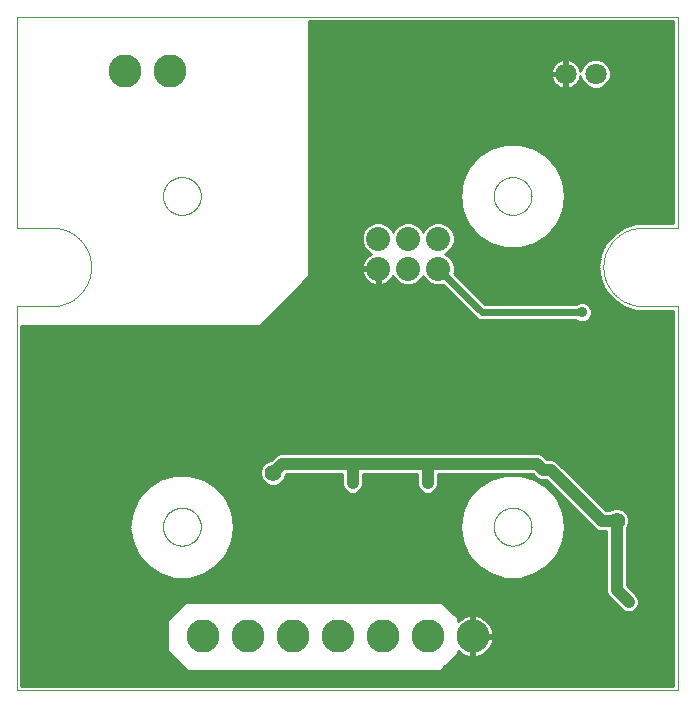
<source format=gbl>
G75*
%MOIN*%
%OFA0B0*%
%FSLAX25Y25*%
%IPPOS*%
%LPD*%
%AMOC8*
5,1,8,0,0,1.08239X$1,22.5*
%
%ADD10C,0.00000*%
%ADD11C,0.08000*%
%ADD12C,0.07087*%
%ADD13C,0.11024*%
%ADD14C,0.01000*%
%ADD15C,0.03569*%
%ADD16C,0.05600*%
%ADD17C,0.05906*%
%ADD18C,0.02400*%
%ADD19C,0.04000*%
D10*
X0022602Y0025558D02*
X0022602Y0153589D01*
X0034413Y0153589D01*
X0034731Y0153593D01*
X0035048Y0153604D01*
X0035366Y0153624D01*
X0035682Y0153651D01*
X0035998Y0153686D01*
X0036313Y0153728D01*
X0036627Y0153778D01*
X0036940Y0153836D01*
X0037251Y0153901D01*
X0037560Y0153974D01*
X0037868Y0154055D01*
X0038173Y0154142D01*
X0038476Y0154238D01*
X0038777Y0154340D01*
X0039075Y0154450D01*
X0039371Y0154567D01*
X0039663Y0154692D01*
X0039953Y0154823D01*
X0040239Y0154961D01*
X0040521Y0155107D01*
X0040800Y0155259D01*
X0041076Y0155418D01*
X0041347Y0155583D01*
X0041614Y0155755D01*
X0041877Y0155934D01*
X0042136Y0156119D01*
X0042389Y0156310D01*
X0042639Y0156507D01*
X0042883Y0156711D01*
X0043122Y0156920D01*
X0043356Y0157135D01*
X0043585Y0157356D01*
X0043808Y0157582D01*
X0044026Y0157813D01*
X0044238Y0158050D01*
X0044445Y0158292D01*
X0044645Y0158538D01*
X0044839Y0158790D01*
X0045027Y0159046D01*
X0045209Y0159307D01*
X0045384Y0159572D01*
X0045553Y0159841D01*
X0045715Y0160115D01*
X0045871Y0160392D01*
X0046020Y0160673D01*
X0046162Y0160957D01*
X0046297Y0161245D01*
X0046424Y0161536D01*
X0046545Y0161830D01*
X0046659Y0162127D01*
X0046765Y0162426D01*
X0046864Y0162728D01*
X0046956Y0163032D01*
X0047040Y0163339D01*
X0047116Y0163647D01*
X0047185Y0163958D01*
X0047247Y0164269D01*
X0047301Y0164583D01*
X0047347Y0164897D01*
X0047386Y0165213D01*
X0047417Y0165529D01*
X0047440Y0165846D01*
X0047455Y0166163D01*
X0047463Y0166481D01*
X0047463Y0166799D01*
X0047455Y0167117D01*
X0047440Y0167434D01*
X0047417Y0167751D01*
X0047386Y0168067D01*
X0047347Y0168383D01*
X0047301Y0168697D01*
X0047247Y0169011D01*
X0047185Y0169322D01*
X0047116Y0169633D01*
X0047040Y0169941D01*
X0046956Y0170248D01*
X0046864Y0170552D01*
X0046765Y0170854D01*
X0046659Y0171153D01*
X0046545Y0171450D01*
X0046424Y0171744D01*
X0046297Y0172035D01*
X0046162Y0172323D01*
X0046020Y0172607D01*
X0045871Y0172888D01*
X0045715Y0173166D01*
X0045553Y0173439D01*
X0045384Y0173708D01*
X0045209Y0173973D01*
X0045027Y0174234D01*
X0044839Y0174490D01*
X0044645Y0174742D01*
X0044445Y0174988D01*
X0044238Y0175230D01*
X0044026Y0175467D01*
X0043808Y0175698D01*
X0043585Y0175924D01*
X0043356Y0176145D01*
X0043122Y0176360D01*
X0042883Y0176569D01*
X0042639Y0176773D01*
X0042389Y0176970D01*
X0042136Y0177161D01*
X0041877Y0177346D01*
X0041614Y0177525D01*
X0041347Y0177697D01*
X0041076Y0177862D01*
X0040800Y0178021D01*
X0040521Y0178173D01*
X0040239Y0178319D01*
X0039953Y0178457D01*
X0039663Y0178588D01*
X0039371Y0178713D01*
X0039075Y0178830D01*
X0038777Y0178940D01*
X0038476Y0179042D01*
X0038173Y0179138D01*
X0037868Y0179225D01*
X0037560Y0179306D01*
X0037251Y0179379D01*
X0036940Y0179444D01*
X0036627Y0179502D01*
X0036313Y0179552D01*
X0035998Y0179594D01*
X0035682Y0179629D01*
X0035366Y0179656D01*
X0035048Y0179676D01*
X0034731Y0179687D01*
X0034413Y0179691D01*
X0034413Y0179692D02*
X0022602Y0179692D01*
X0022602Y0249967D01*
X0243075Y0249967D01*
X0243075Y0179692D01*
X0231263Y0179692D01*
X0231263Y0179691D02*
X0230945Y0179687D01*
X0230628Y0179676D01*
X0230310Y0179656D01*
X0229994Y0179629D01*
X0229678Y0179594D01*
X0229363Y0179552D01*
X0229049Y0179502D01*
X0228736Y0179444D01*
X0228425Y0179379D01*
X0228116Y0179306D01*
X0227808Y0179225D01*
X0227503Y0179138D01*
X0227200Y0179042D01*
X0226899Y0178940D01*
X0226601Y0178830D01*
X0226305Y0178713D01*
X0226013Y0178588D01*
X0225723Y0178457D01*
X0225437Y0178319D01*
X0225155Y0178173D01*
X0224876Y0178021D01*
X0224600Y0177862D01*
X0224329Y0177697D01*
X0224062Y0177525D01*
X0223799Y0177346D01*
X0223540Y0177161D01*
X0223287Y0176970D01*
X0223037Y0176773D01*
X0222793Y0176569D01*
X0222554Y0176360D01*
X0222320Y0176145D01*
X0222091Y0175924D01*
X0221868Y0175698D01*
X0221650Y0175467D01*
X0221438Y0175230D01*
X0221231Y0174988D01*
X0221031Y0174742D01*
X0220837Y0174490D01*
X0220649Y0174234D01*
X0220467Y0173973D01*
X0220292Y0173708D01*
X0220123Y0173439D01*
X0219961Y0173166D01*
X0219805Y0172888D01*
X0219656Y0172607D01*
X0219514Y0172323D01*
X0219379Y0172035D01*
X0219252Y0171744D01*
X0219131Y0171450D01*
X0219017Y0171153D01*
X0218911Y0170854D01*
X0218812Y0170552D01*
X0218720Y0170248D01*
X0218636Y0169941D01*
X0218560Y0169633D01*
X0218491Y0169322D01*
X0218429Y0169011D01*
X0218375Y0168697D01*
X0218329Y0168383D01*
X0218290Y0168067D01*
X0218259Y0167751D01*
X0218236Y0167434D01*
X0218221Y0167117D01*
X0218213Y0166799D01*
X0218213Y0166481D01*
X0218221Y0166163D01*
X0218236Y0165846D01*
X0218259Y0165529D01*
X0218290Y0165213D01*
X0218329Y0164897D01*
X0218375Y0164583D01*
X0218429Y0164269D01*
X0218491Y0163958D01*
X0218560Y0163647D01*
X0218636Y0163339D01*
X0218720Y0163032D01*
X0218812Y0162728D01*
X0218911Y0162426D01*
X0219017Y0162127D01*
X0219131Y0161830D01*
X0219252Y0161536D01*
X0219379Y0161245D01*
X0219514Y0160957D01*
X0219656Y0160673D01*
X0219805Y0160392D01*
X0219961Y0160114D01*
X0220123Y0159841D01*
X0220292Y0159572D01*
X0220467Y0159307D01*
X0220649Y0159046D01*
X0220837Y0158790D01*
X0221031Y0158538D01*
X0221231Y0158292D01*
X0221438Y0158050D01*
X0221650Y0157813D01*
X0221868Y0157582D01*
X0222091Y0157356D01*
X0222320Y0157135D01*
X0222554Y0156920D01*
X0222793Y0156711D01*
X0223037Y0156507D01*
X0223287Y0156310D01*
X0223540Y0156119D01*
X0223799Y0155934D01*
X0224062Y0155755D01*
X0224329Y0155583D01*
X0224600Y0155418D01*
X0224876Y0155259D01*
X0225155Y0155107D01*
X0225437Y0154961D01*
X0225723Y0154823D01*
X0226013Y0154692D01*
X0226305Y0154567D01*
X0226601Y0154450D01*
X0226899Y0154340D01*
X0227200Y0154238D01*
X0227503Y0154142D01*
X0227808Y0154055D01*
X0228116Y0153974D01*
X0228425Y0153901D01*
X0228736Y0153836D01*
X0229049Y0153778D01*
X0229363Y0153728D01*
X0229678Y0153686D01*
X0229994Y0153651D01*
X0230310Y0153624D01*
X0230628Y0153604D01*
X0230945Y0153593D01*
X0231263Y0153589D01*
X0243075Y0153589D01*
X0243075Y0025558D01*
X0022602Y0025558D01*
X0071421Y0080046D02*
X0071423Y0080204D01*
X0071429Y0080362D01*
X0071439Y0080520D01*
X0071453Y0080678D01*
X0071471Y0080835D01*
X0071492Y0080992D01*
X0071518Y0081148D01*
X0071548Y0081304D01*
X0071581Y0081459D01*
X0071619Y0081612D01*
X0071660Y0081765D01*
X0071705Y0081917D01*
X0071754Y0082068D01*
X0071807Y0082217D01*
X0071863Y0082365D01*
X0071923Y0082511D01*
X0071987Y0082656D01*
X0072055Y0082799D01*
X0072126Y0082941D01*
X0072200Y0083081D01*
X0072278Y0083218D01*
X0072360Y0083354D01*
X0072444Y0083488D01*
X0072533Y0083619D01*
X0072624Y0083748D01*
X0072719Y0083875D01*
X0072816Y0084000D01*
X0072917Y0084122D01*
X0073021Y0084241D01*
X0073128Y0084358D01*
X0073238Y0084472D01*
X0073351Y0084583D01*
X0073466Y0084692D01*
X0073584Y0084797D01*
X0073705Y0084899D01*
X0073828Y0084999D01*
X0073954Y0085095D01*
X0074082Y0085188D01*
X0074212Y0085278D01*
X0074345Y0085364D01*
X0074480Y0085448D01*
X0074616Y0085527D01*
X0074755Y0085604D01*
X0074896Y0085676D01*
X0075038Y0085746D01*
X0075182Y0085811D01*
X0075328Y0085873D01*
X0075475Y0085931D01*
X0075624Y0085986D01*
X0075774Y0086037D01*
X0075925Y0086084D01*
X0076077Y0086127D01*
X0076230Y0086166D01*
X0076385Y0086202D01*
X0076540Y0086233D01*
X0076696Y0086261D01*
X0076852Y0086285D01*
X0077009Y0086305D01*
X0077167Y0086321D01*
X0077324Y0086333D01*
X0077483Y0086341D01*
X0077641Y0086345D01*
X0077799Y0086345D01*
X0077957Y0086341D01*
X0078116Y0086333D01*
X0078273Y0086321D01*
X0078431Y0086305D01*
X0078588Y0086285D01*
X0078744Y0086261D01*
X0078900Y0086233D01*
X0079055Y0086202D01*
X0079210Y0086166D01*
X0079363Y0086127D01*
X0079515Y0086084D01*
X0079666Y0086037D01*
X0079816Y0085986D01*
X0079965Y0085931D01*
X0080112Y0085873D01*
X0080258Y0085811D01*
X0080402Y0085746D01*
X0080544Y0085676D01*
X0080685Y0085604D01*
X0080824Y0085527D01*
X0080960Y0085448D01*
X0081095Y0085364D01*
X0081228Y0085278D01*
X0081358Y0085188D01*
X0081486Y0085095D01*
X0081612Y0084999D01*
X0081735Y0084899D01*
X0081856Y0084797D01*
X0081974Y0084692D01*
X0082089Y0084583D01*
X0082202Y0084472D01*
X0082312Y0084358D01*
X0082419Y0084241D01*
X0082523Y0084122D01*
X0082624Y0084000D01*
X0082721Y0083875D01*
X0082816Y0083748D01*
X0082907Y0083619D01*
X0082996Y0083488D01*
X0083080Y0083354D01*
X0083162Y0083218D01*
X0083240Y0083081D01*
X0083314Y0082941D01*
X0083385Y0082799D01*
X0083453Y0082656D01*
X0083517Y0082511D01*
X0083577Y0082365D01*
X0083633Y0082217D01*
X0083686Y0082068D01*
X0083735Y0081917D01*
X0083780Y0081765D01*
X0083821Y0081612D01*
X0083859Y0081459D01*
X0083892Y0081304D01*
X0083922Y0081148D01*
X0083948Y0080992D01*
X0083969Y0080835D01*
X0083987Y0080678D01*
X0084001Y0080520D01*
X0084011Y0080362D01*
X0084017Y0080204D01*
X0084019Y0080046D01*
X0084017Y0079888D01*
X0084011Y0079730D01*
X0084001Y0079572D01*
X0083987Y0079414D01*
X0083969Y0079257D01*
X0083948Y0079100D01*
X0083922Y0078944D01*
X0083892Y0078788D01*
X0083859Y0078633D01*
X0083821Y0078480D01*
X0083780Y0078327D01*
X0083735Y0078175D01*
X0083686Y0078024D01*
X0083633Y0077875D01*
X0083577Y0077727D01*
X0083517Y0077581D01*
X0083453Y0077436D01*
X0083385Y0077293D01*
X0083314Y0077151D01*
X0083240Y0077011D01*
X0083162Y0076874D01*
X0083080Y0076738D01*
X0082996Y0076604D01*
X0082907Y0076473D01*
X0082816Y0076344D01*
X0082721Y0076217D01*
X0082624Y0076092D01*
X0082523Y0075970D01*
X0082419Y0075851D01*
X0082312Y0075734D01*
X0082202Y0075620D01*
X0082089Y0075509D01*
X0081974Y0075400D01*
X0081856Y0075295D01*
X0081735Y0075193D01*
X0081612Y0075093D01*
X0081486Y0074997D01*
X0081358Y0074904D01*
X0081228Y0074814D01*
X0081095Y0074728D01*
X0080960Y0074644D01*
X0080824Y0074565D01*
X0080685Y0074488D01*
X0080544Y0074416D01*
X0080402Y0074346D01*
X0080258Y0074281D01*
X0080112Y0074219D01*
X0079965Y0074161D01*
X0079816Y0074106D01*
X0079666Y0074055D01*
X0079515Y0074008D01*
X0079363Y0073965D01*
X0079210Y0073926D01*
X0079055Y0073890D01*
X0078900Y0073859D01*
X0078744Y0073831D01*
X0078588Y0073807D01*
X0078431Y0073787D01*
X0078273Y0073771D01*
X0078116Y0073759D01*
X0077957Y0073751D01*
X0077799Y0073747D01*
X0077641Y0073747D01*
X0077483Y0073751D01*
X0077324Y0073759D01*
X0077167Y0073771D01*
X0077009Y0073787D01*
X0076852Y0073807D01*
X0076696Y0073831D01*
X0076540Y0073859D01*
X0076385Y0073890D01*
X0076230Y0073926D01*
X0076077Y0073965D01*
X0075925Y0074008D01*
X0075774Y0074055D01*
X0075624Y0074106D01*
X0075475Y0074161D01*
X0075328Y0074219D01*
X0075182Y0074281D01*
X0075038Y0074346D01*
X0074896Y0074416D01*
X0074755Y0074488D01*
X0074616Y0074565D01*
X0074480Y0074644D01*
X0074345Y0074728D01*
X0074212Y0074814D01*
X0074082Y0074904D01*
X0073954Y0074997D01*
X0073828Y0075093D01*
X0073705Y0075193D01*
X0073584Y0075295D01*
X0073466Y0075400D01*
X0073351Y0075509D01*
X0073238Y0075620D01*
X0073128Y0075734D01*
X0073021Y0075851D01*
X0072917Y0075970D01*
X0072816Y0076092D01*
X0072719Y0076217D01*
X0072624Y0076344D01*
X0072533Y0076473D01*
X0072444Y0076604D01*
X0072360Y0076738D01*
X0072278Y0076874D01*
X0072200Y0077011D01*
X0072126Y0077151D01*
X0072055Y0077293D01*
X0071987Y0077436D01*
X0071923Y0077581D01*
X0071863Y0077727D01*
X0071807Y0077875D01*
X0071754Y0078024D01*
X0071705Y0078175D01*
X0071660Y0078327D01*
X0071619Y0078480D01*
X0071581Y0078633D01*
X0071548Y0078788D01*
X0071518Y0078944D01*
X0071492Y0079100D01*
X0071471Y0079257D01*
X0071453Y0079414D01*
X0071439Y0079572D01*
X0071429Y0079730D01*
X0071423Y0079888D01*
X0071421Y0080046D01*
X0071421Y0190282D02*
X0071423Y0190440D01*
X0071429Y0190598D01*
X0071439Y0190756D01*
X0071453Y0190914D01*
X0071471Y0191071D01*
X0071492Y0191228D01*
X0071518Y0191384D01*
X0071548Y0191540D01*
X0071581Y0191695D01*
X0071619Y0191848D01*
X0071660Y0192001D01*
X0071705Y0192153D01*
X0071754Y0192304D01*
X0071807Y0192453D01*
X0071863Y0192601D01*
X0071923Y0192747D01*
X0071987Y0192892D01*
X0072055Y0193035D01*
X0072126Y0193177D01*
X0072200Y0193317D01*
X0072278Y0193454D01*
X0072360Y0193590D01*
X0072444Y0193724D01*
X0072533Y0193855D01*
X0072624Y0193984D01*
X0072719Y0194111D01*
X0072816Y0194236D01*
X0072917Y0194358D01*
X0073021Y0194477D01*
X0073128Y0194594D01*
X0073238Y0194708D01*
X0073351Y0194819D01*
X0073466Y0194928D01*
X0073584Y0195033D01*
X0073705Y0195135D01*
X0073828Y0195235D01*
X0073954Y0195331D01*
X0074082Y0195424D01*
X0074212Y0195514D01*
X0074345Y0195600D01*
X0074480Y0195684D01*
X0074616Y0195763D01*
X0074755Y0195840D01*
X0074896Y0195912D01*
X0075038Y0195982D01*
X0075182Y0196047D01*
X0075328Y0196109D01*
X0075475Y0196167D01*
X0075624Y0196222D01*
X0075774Y0196273D01*
X0075925Y0196320D01*
X0076077Y0196363D01*
X0076230Y0196402D01*
X0076385Y0196438D01*
X0076540Y0196469D01*
X0076696Y0196497D01*
X0076852Y0196521D01*
X0077009Y0196541D01*
X0077167Y0196557D01*
X0077324Y0196569D01*
X0077483Y0196577D01*
X0077641Y0196581D01*
X0077799Y0196581D01*
X0077957Y0196577D01*
X0078116Y0196569D01*
X0078273Y0196557D01*
X0078431Y0196541D01*
X0078588Y0196521D01*
X0078744Y0196497D01*
X0078900Y0196469D01*
X0079055Y0196438D01*
X0079210Y0196402D01*
X0079363Y0196363D01*
X0079515Y0196320D01*
X0079666Y0196273D01*
X0079816Y0196222D01*
X0079965Y0196167D01*
X0080112Y0196109D01*
X0080258Y0196047D01*
X0080402Y0195982D01*
X0080544Y0195912D01*
X0080685Y0195840D01*
X0080824Y0195763D01*
X0080960Y0195684D01*
X0081095Y0195600D01*
X0081228Y0195514D01*
X0081358Y0195424D01*
X0081486Y0195331D01*
X0081612Y0195235D01*
X0081735Y0195135D01*
X0081856Y0195033D01*
X0081974Y0194928D01*
X0082089Y0194819D01*
X0082202Y0194708D01*
X0082312Y0194594D01*
X0082419Y0194477D01*
X0082523Y0194358D01*
X0082624Y0194236D01*
X0082721Y0194111D01*
X0082816Y0193984D01*
X0082907Y0193855D01*
X0082996Y0193724D01*
X0083080Y0193590D01*
X0083162Y0193454D01*
X0083240Y0193317D01*
X0083314Y0193177D01*
X0083385Y0193035D01*
X0083453Y0192892D01*
X0083517Y0192747D01*
X0083577Y0192601D01*
X0083633Y0192453D01*
X0083686Y0192304D01*
X0083735Y0192153D01*
X0083780Y0192001D01*
X0083821Y0191848D01*
X0083859Y0191695D01*
X0083892Y0191540D01*
X0083922Y0191384D01*
X0083948Y0191228D01*
X0083969Y0191071D01*
X0083987Y0190914D01*
X0084001Y0190756D01*
X0084011Y0190598D01*
X0084017Y0190440D01*
X0084019Y0190282D01*
X0084017Y0190124D01*
X0084011Y0189966D01*
X0084001Y0189808D01*
X0083987Y0189650D01*
X0083969Y0189493D01*
X0083948Y0189336D01*
X0083922Y0189180D01*
X0083892Y0189024D01*
X0083859Y0188869D01*
X0083821Y0188716D01*
X0083780Y0188563D01*
X0083735Y0188411D01*
X0083686Y0188260D01*
X0083633Y0188111D01*
X0083577Y0187963D01*
X0083517Y0187817D01*
X0083453Y0187672D01*
X0083385Y0187529D01*
X0083314Y0187387D01*
X0083240Y0187247D01*
X0083162Y0187110D01*
X0083080Y0186974D01*
X0082996Y0186840D01*
X0082907Y0186709D01*
X0082816Y0186580D01*
X0082721Y0186453D01*
X0082624Y0186328D01*
X0082523Y0186206D01*
X0082419Y0186087D01*
X0082312Y0185970D01*
X0082202Y0185856D01*
X0082089Y0185745D01*
X0081974Y0185636D01*
X0081856Y0185531D01*
X0081735Y0185429D01*
X0081612Y0185329D01*
X0081486Y0185233D01*
X0081358Y0185140D01*
X0081228Y0185050D01*
X0081095Y0184964D01*
X0080960Y0184880D01*
X0080824Y0184801D01*
X0080685Y0184724D01*
X0080544Y0184652D01*
X0080402Y0184582D01*
X0080258Y0184517D01*
X0080112Y0184455D01*
X0079965Y0184397D01*
X0079816Y0184342D01*
X0079666Y0184291D01*
X0079515Y0184244D01*
X0079363Y0184201D01*
X0079210Y0184162D01*
X0079055Y0184126D01*
X0078900Y0184095D01*
X0078744Y0184067D01*
X0078588Y0184043D01*
X0078431Y0184023D01*
X0078273Y0184007D01*
X0078116Y0183995D01*
X0077957Y0183987D01*
X0077799Y0183983D01*
X0077641Y0183983D01*
X0077483Y0183987D01*
X0077324Y0183995D01*
X0077167Y0184007D01*
X0077009Y0184023D01*
X0076852Y0184043D01*
X0076696Y0184067D01*
X0076540Y0184095D01*
X0076385Y0184126D01*
X0076230Y0184162D01*
X0076077Y0184201D01*
X0075925Y0184244D01*
X0075774Y0184291D01*
X0075624Y0184342D01*
X0075475Y0184397D01*
X0075328Y0184455D01*
X0075182Y0184517D01*
X0075038Y0184582D01*
X0074896Y0184652D01*
X0074755Y0184724D01*
X0074616Y0184801D01*
X0074480Y0184880D01*
X0074345Y0184964D01*
X0074212Y0185050D01*
X0074082Y0185140D01*
X0073954Y0185233D01*
X0073828Y0185329D01*
X0073705Y0185429D01*
X0073584Y0185531D01*
X0073466Y0185636D01*
X0073351Y0185745D01*
X0073238Y0185856D01*
X0073128Y0185970D01*
X0073021Y0186087D01*
X0072917Y0186206D01*
X0072816Y0186328D01*
X0072719Y0186453D01*
X0072624Y0186580D01*
X0072533Y0186709D01*
X0072444Y0186840D01*
X0072360Y0186974D01*
X0072278Y0187110D01*
X0072200Y0187247D01*
X0072126Y0187387D01*
X0072055Y0187529D01*
X0071987Y0187672D01*
X0071923Y0187817D01*
X0071863Y0187963D01*
X0071807Y0188111D01*
X0071754Y0188260D01*
X0071705Y0188411D01*
X0071660Y0188563D01*
X0071619Y0188716D01*
X0071581Y0188869D01*
X0071548Y0189024D01*
X0071518Y0189180D01*
X0071492Y0189336D01*
X0071471Y0189493D01*
X0071453Y0189650D01*
X0071439Y0189808D01*
X0071429Y0189966D01*
X0071423Y0190124D01*
X0071421Y0190282D01*
X0181657Y0190282D02*
X0181659Y0190440D01*
X0181665Y0190598D01*
X0181675Y0190756D01*
X0181689Y0190914D01*
X0181707Y0191071D01*
X0181728Y0191228D01*
X0181754Y0191384D01*
X0181784Y0191540D01*
X0181817Y0191695D01*
X0181855Y0191848D01*
X0181896Y0192001D01*
X0181941Y0192153D01*
X0181990Y0192304D01*
X0182043Y0192453D01*
X0182099Y0192601D01*
X0182159Y0192747D01*
X0182223Y0192892D01*
X0182291Y0193035D01*
X0182362Y0193177D01*
X0182436Y0193317D01*
X0182514Y0193454D01*
X0182596Y0193590D01*
X0182680Y0193724D01*
X0182769Y0193855D01*
X0182860Y0193984D01*
X0182955Y0194111D01*
X0183052Y0194236D01*
X0183153Y0194358D01*
X0183257Y0194477D01*
X0183364Y0194594D01*
X0183474Y0194708D01*
X0183587Y0194819D01*
X0183702Y0194928D01*
X0183820Y0195033D01*
X0183941Y0195135D01*
X0184064Y0195235D01*
X0184190Y0195331D01*
X0184318Y0195424D01*
X0184448Y0195514D01*
X0184581Y0195600D01*
X0184716Y0195684D01*
X0184852Y0195763D01*
X0184991Y0195840D01*
X0185132Y0195912D01*
X0185274Y0195982D01*
X0185418Y0196047D01*
X0185564Y0196109D01*
X0185711Y0196167D01*
X0185860Y0196222D01*
X0186010Y0196273D01*
X0186161Y0196320D01*
X0186313Y0196363D01*
X0186466Y0196402D01*
X0186621Y0196438D01*
X0186776Y0196469D01*
X0186932Y0196497D01*
X0187088Y0196521D01*
X0187245Y0196541D01*
X0187403Y0196557D01*
X0187560Y0196569D01*
X0187719Y0196577D01*
X0187877Y0196581D01*
X0188035Y0196581D01*
X0188193Y0196577D01*
X0188352Y0196569D01*
X0188509Y0196557D01*
X0188667Y0196541D01*
X0188824Y0196521D01*
X0188980Y0196497D01*
X0189136Y0196469D01*
X0189291Y0196438D01*
X0189446Y0196402D01*
X0189599Y0196363D01*
X0189751Y0196320D01*
X0189902Y0196273D01*
X0190052Y0196222D01*
X0190201Y0196167D01*
X0190348Y0196109D01*
X0190494Y0196047D01*
X0190638Y0195982D01*
X0190780Y0195912D01*
X0190921Y0195840D01*
X0191060Y0195763D01*
X0191196Y0195684D01*
X0191331Y0195600D01*
X0191464Y0195514D01*
X0191594Y0195424D01*
X0191722Y0195331D01*
X0191848Y0195235D01*
X0191971Y0195135D01*
X0192092Y0195033D01*
X0192210Y0194928D01*
X0192325Y0194819D01*
X0192438Y0194708D01*
X0192548Y0194594D01*
X0192655Y0194477D01*
X0192759Y0194358D01*
X0192860Y0194236D01*
X0192957Y0194111D01*
X0193052Y0193984D01*
X0193143Y0193855D01*
X0193232Y0193724D01*
X0193316Y0193590D01*
X0193398Y0193454D01*
X0193476Y0193317D01*
X0193550Y0193177D01*
X0193621Y0193035D01*
X0193689Y0192892D01*
X0193753Y0192747D01*
X0193813Y0192601D01*
X0193869Y0192453D01*
X0193922Y0192304D01*
X0193971Y0192153D01*
X0194016Y0192001D01*
X0194057Y0191848D01*
X0194095Y0191695D01*
X0194128Y0191540D01*
X0194158Y0191384D01*
X0194184Y0191228D01*
X0194205Y0191071D01*
X0194223Y0190914D01*
X0194237Y0190756D01*
X0194247Y0190598D01*
X0194253Y0190440D01*
X0194255Y0190282D01*
X0194253Y0190124D01*
X0194247Y0189966D01*
X0194237Y0189808D01*
X0194223Y0189650D01*
X0194205Y0189493D01*
X0194184Y0189336D01*
X0194158Y0189180D01*
X0194128Y0189024D01*
X0194095Y0188869D01*
X0194057Y0188716D01*
X0194016Y0188563D01*
X0193971Y0188411D01*
X0193922Y0188260D01*
X0193869Y0188111D01*
X0193813Y0187963D01*
X0193753Y0187817D01*
X0193689Y0187672D01*
X0193621Y0187529D01*
X0193550Y0187387D01*
X0193476Y0187247D01*
X0193398Y0187110D01*
X0193316Y0186974D01*
X0193232Y0186840D01*
X0193143Y0186709D01*
X0193052Y0186580D01*
X0192957Y0186453D01*
X0192860Y0186328D01*
X0192759Y0186206D01*
X0192655Y0186087D01*
X0192548Y0185970D01*
X0192438Y0185856D01*
X0192325Y0185745D01*
X0192210Y0185636D01*
X0192092Y0185531D01*
X0191971Y0185429D01*
X0191848Y0185329D01*
X0191722Y0185233D01*
X0191594Y0185140D01*
X0191464Y0185050D01*
X0191331Y0184964D01*
X0191196Y0184880D01*
X0191060Y0184801D01*
X0190921Y0184724D01*
X0190780Y0184652D01*
X0190638Y0184582D01*
X0190494Y0184517D01*
X0190348Y0184455D01*
X0190201Y0184397D01*
X0190052Y0184342D01*
X0189902Y0184291D01*
X0189751Y0184244D01*
X0189599Y0184201D01*
X0189446Y0184162D01*
X0189291Y0184126D01*
X0189136Y0184095D01*
X0188980Y0184067D01*
X0188824Y0184043D01*
X0188667Y0184023D01*
X0188509Y0184007D01*
X0188352Y0183995D01*
X0188193Y0183987D01*
X0188035Y0183983D01*
X0187877Y0183983D01*
X0187719Y0183987D01*
X0187560Y0183995D01*
X0187403Y0184007D01*
X0187245Y0184023D01*
X0187088Y0184043D01*
X0186932Y0184067D01*
X0186776Y0184095D01*
X0186621Y0184126D01*
X0186466Y0184162D01*
X0186313Y0184201D01*
X0186161Y0184244D01*
X0186010Y0184291D01*
X0185860Y0184342D01*
X0185711Y0184397D01*
X0185564Y0184455D01*
X0185418Y0184517D01*
X0185274Y0184582D01*
X0185132Y0184652D01*
X0184991Y0184724D01*
X0184852Y0184801D01*
X0184716Y0184880D01*
X0184581Y0184964D01*
X0184448Y0185050D01*
X0184318Y0185140D01*
X0184190Y0185233D01*
X0184064Y0185329D01*
X0183941Y0185429D01*
X0183820Y0185531D01*
X0183702Y0185636D01*
X0183587Y0185745D01*
X0183474Y0185856D01*
X0183364Y0185970D01*
X0183257Y0186087D01*
X0183153Y0186206D01*
X0183052Y0186328D01*
X0182955Y0186453D01*
X0182860Y0186580D01*
X0182769Y0186709D01*
X0182680Y0186840D01*
X0182596Y0186974D01*
X0182514Y0187110D01*
X0182436Y0187247D01*
X0182362Y0187387D01*
X0182291Y0187529D01*
X0182223Y0187672D01*
X0182159Y0187817D01*
X0182099Y0187963D01*
X0182043Y0188111D01*
X0181990Y0188260D01*
X0181941Y0188411D01*
X0181896Y0188563D01*
X0181855Y0188716D01*
X0181817Y0188869D01*
X0181784Y0189024D01*
X0181754Y0189180D01*
X0181728Y0189336D01*
X0181707Y0189493D01*
X0181689Y0189650D01*
X0181675Y0189808D01*
X0181665Y0189966D01*
X0181659Y0190124D01*
X0181657Y0190282D01*
X0181657Y0080046D02*
X0181659Y0080204D01*
X0181665Y0080362D01*
X0181675Y0080520D01*
X0181689Y0080678D01*
X0181707Y0080835D01*
X0181728Y0080992D01*
X0181754Y0081148D01*
X0181784Y0081304D01*
X0181817Y0081459D01*
X0181855Y0081612D01*
X0181896Y0081765D01*
X0181941Y0081917D01*
X0181990Y0082068D01*
X0182043Y0082217D01*
X0182099Y0082365D01*
X0182159Y0082511D01*
X0182223Y0082656D01*
X0182291Y0082799D01*
X0182362Y0082941D01*
X0182436Y0083081D01*
X0182514Y0083218D01*
X0182596Y0083354D01*
X0182680Y0083488D01*
X0182769Y0083619D01*
X0182860Y0083748D01*
X0182955Y0083875D01*
X0183052Y0084000D01*
X0183153Y0084122D01*
X0183257Y0084241D01*
X0183364Y0084358D01*
X0183474Y0084472D01*
X0183587Y0084583D01*
X0183702Y0084692D01*
X0183820Y0084797D01*
X0183941Y0084899D01*
X0184064Y0084999D01*
X0184190Y0085095D01*
X0184318Y0085188D01*
X0184448Y0085278D01*
X0184581Y0085364D01*
X0184716Y0085448D01*
X0184852Y0085527D01*
X0184991Y0085604D01*
X0185132Y0085676D01*
X0185274Y0085746D01*
X0185418Y0085811D01*
X0185564Y0085873D01*
X0185711Y0085931D01*
X0185860Y0085986D01*
X0186010Y0086037D01*
X0186161Y0086084D01*
X0186313Y0086127D01*
X0186466Y0086166D01*
X0186621Y0086202D01*
X0186776Y0086233D01*
X0186932Y0086261D01*
X0187088Y0086285D01*
X0187245Y0086305D01*
X0187403Y0086321D01*
X0187560Y0086333D01*
X0187719Y0086341D01*
X0187877Y0086345D01*
X0188035Y0086345D01*
X0188193Y0086341D01*
X0188352Y0086333D01*
X0188509Y0086321D01*
X0188667Y0086305D01*
X0188824Y0086285D01*
X0188980Y0086261D01*
X0189136Y0086233D01*
X0189291Y0086202D01*
X0189446Y0086166D01*
X0189599Y0086127D01*
X0189751Y0086084D01*
X0189902Y0086037D01*
X0190052Y0085986D01*
X0190201Y0085931D01*
X0190348Y0085873D01*
X0190494Y0085811D01*
X0190638Y0085746D01*
X0190780Y0085676D01*
X0190921Y0085604D01*
X0191060Y0085527D01*
X0191196Y0085448D01*
X0191331Y0085364D01*
X0191464Y0085278D01*
X0191594Y0085188D01*
X0191722Y0085095D01*
X0191848Y0084999D01*
X0191971Y0084899D01*
X0192092Y0084797D01*
X0192210Y0084692D01*
X0192325Y0084583D01*
X0192438Y0084472D01*
X0192548Y0084358D01*
X0192655Y0084241D01*
X0192759Y0084122D01*
X0192860Y0084000D01*
X0192957Y0083875D01*
X0193052Y0083748D01*
X0193143Y0083619D01*
X0193232Y0083488D01*
X0193316Y0083354D01*
X0193398Y0083218D01*
X0193476Y0083081D01*
X0193550Y0082941D01*
X0193621Y0082799D01*
X0193689Y0082656D01*
X0193753Y0082511D01*
X0193813Y0082365D01*
X0193869Y0082217D01*
X0193922Y0082068D01*
X0193971Y0081917D01*
X0194016Y0081765D01*
X0194057Y0081612D01*
X0194095Y0081459D01*
X0194128Y0081304D01*
X0194158Y0081148D01*
X0194184Y0080992D01*
X0194205Y0080835D01*
X0194223Y0080678D01*
X0194237Y0080520D01*
X0194247Y0080362D01*
X0194253Y0080204D01*
X0194255Y0080046D01*
X0194253Y0079888D01*
X0194247Y0079730D01*
X0194237Y0079572D01*
X0194223Y0079414D01*
X0194205Y0079257D01*
X0194184Y0079100D01*
X0194158Y0078944D01*
X0194128Y0078788D01*
X0194095Y0078633D01*
X0194057Y0078480D01*
X0194016Y0078327D01*
X0193971Y0078175D01*
X0193922Y0078024D01*
X0193869Y0077875D01*
X0193813Y0077727D01*
X0193753Y0077581D01*
X0193689Y0077436D01*
X0193621Y0077293D01*
X0193550Y0077151D01*
X0193476Y0077011D01*
X0193398Y0076874D01*
X0193316Y0076738D01*
X0193232Y0076604D01*
X0193143Y0076473D01*
X0193052Y0076344D01*
X0192957Y0076217D01*
X0192860Y0076092D01*
X0192759Y0075970D01*
X0192655Y0075851D01*
X0192548Y0075734D01*
X0192438Y0075620D01*
X0192325Y0075509D01*
X0192210Y0075400D01*
X0192092Y0075295D01*
X0191971Y0075193D01*
X0191848Y0075093D01*
X0191722Y0074997D01*
X0191594Y0074904D01*
X0191464Y0074814D01*
X0191331Y0074728D01*
X0191196Y0074644D01*
X0191060Y0074565D01*
X0190921Y0074488D01*
X0190780Y0074416D01*
X0190638Y0074346D01*
X0190494Y0074281D01*
X0190348Y0074219D01*
X0190201Y0074161D01*
X0190052Y0074106D01*
X0189902Y0074055D01*
X0189751Y0074008D01*
X0189599Y0073965D01*
X0189446Y0073926D01*
X0189291Y0073890D01*
X0189136Y0073859D01*
X0188980Y0073831D01*
X0188824Y0073807D01*
X0188667Y0073787D01*
X0188509Y0073771D01*
X0188352Y0073759D01*
X0188193Y0073751D01*
X0188035Y0073747D01*
X0187877Y0073747D01*
X0187719Y0073751D01*
X0187560Y0073759D01*
X0187403Y0073771D01*
X0187245Y0073787D01*
X0187088Y0073807D01*
X0186932Y0073831D01*
X0186776Y0073859D01*
X0186621Y0073890D01*
X0186466Y0073926D01*
X0186313Y0073965D01*
X0186161Y0074008D01*
X0186010Y0074055D01*
X0185860Y0074106D01*
X0185711Y0074161D01*
X0185564Y0074219D01*
X0185418Y0074281D01*
X0185274Y0074346D01*
X0185132Y0074416D01*
X0184991Y0074488D01*
X0184852Y0074565D01*
X0184716Y0074644D01*
X0184581Y0074728D01*
X0184448Y0074814D01*
X0184318Y0074904D01*
X0184190Y0074997D01*
X0184064Y0075093D01*
X0183941Y0075193D01*
X0183820Y0075295D01*
X0183702Y0075400D01*
X0183587Y0075509D01*
X0183474Y0075620D01*
X0183364Y0075734D01*
X0183257Y0075851D01*
X0183153Y0075970D01*
X0183052Y0076092D01*
X0182955Y0076217D01*
X0182860Y0076344D01*
X0182769Y0076473D01*
X0182680Y0076604D01*
X0182596Y0076738D01*
X0182514Y0076874D01*
X0182436Y0077011D01*
X0182362Y0077151D01*
X0182291Y0077293D01*
X0182223Y0077436D01*
X0182159Y0077581D01*
X0182099Y0077727D01*
X0182043Y0077875D01*
X0181990Y0078024D01*
X0181941Y0078175D01*
X0181896Y0078327D01*
X0181855Y0078480D01*
X0181817Y0078633D01*
X0181784Y0078788D01*
X0181754Y0078944D01*
X0181728Y0079100D01*
X0181707Y0079257D01*
X0181689Y0079414D01*
X0181675Y0079572D01*
X0181665Y0079730D01*
X0181659Y0079888D01*
X0181657Y0080046D01*
D11*
X0163102Y0166058D03*
X0163102Y0176058D03*
X0153102Y0176058D03*
X0143102Y0176058D03*
X0143102Y0166058D03*
X0153102Y0166058D03*
D12*
X0205602Y0231058D03*
X0215602Y0231058D03*
D13*
X0073602Y0232058D03*
X0058602Y0232058D03*
X0084602Y0043558D03*
X0099602Y0043558D03*
X0114602Y0043558D03*
X0129602Y0043558D03*
X0144602Y0043558D03*
X0159602Y0043558D03*
X0174602Y0043558D03*
D14*
X0175102Y0043531D02*
X0241575Y0043531D01*
X0241575Y0044529D02*
X0181546Y0044529D01*
X0181494Y0044929D02*
X0181256Y0045816D01*
X0180904Y0046666D01*
X0180445Y0047462D01*
X0179885Y0048191D01*
X0179235Y0048841D01*
X0178506Y0049400D01*
X0177710Y0049860D01*
X0176861Y0050212D01*
X0175973Y0050450D01*
X0175102Y0050564D01*
X0175102Y0044058D01*
X0174102Y0044058D01*
X0174102Y0050564D01*
X0173231Y0050450D01*
X0172343Y0050212D01*
X0171494Y0049860D01*
X0170698Y0049400D01*
X0169969Y0048841D01*
X0169602Y0048474D01*
X0169602Y0049886D01*
X0168430Y0051058D01*
X0164430Y0055058D01*
X0078774Y0055058D01*
X0077602Y0053886D01*
X0072602Y0048886D01*
X0072602Y0038729D01*
X0073774Y0037558D01*
X0078102Y0033229D01*
X0079274Y0032058D01*
X0163930Y0032058D01*
X0165102Y0033229D01*
X0169602Y0037729D01*
X0169602Y0038642D01*
X0169969Y0038275D01*
X0170698Y0037715D01*
X0171494Y0037256D01*
X0172343Y0036904D01*
X0173231Y0036666D01*
X0174102Y0036551D01*
X0174102Y0043058D01*
X0175102Y0043058D01*
X0175102Y0044058D01*
X0181609Y0044058D01*
X0181494Y0044929D01*
X0181333Y0045528D02*
X0241575Y0045528D01*
X0241575Y0046526D02*
X0180962Y0046526D01*
X0180396Y0047525D02*
X0241575Y0047525D01*
X0241575Y0048523D02*
X0179552Y0048523D01*
X0178295Y0049522D02*
X0241575Y0049522D01*
X0241575Y0050521D02*
X0175434Y0050521D01*
X0175102Y0050521D02*
X0174102Y0050521D01*
X0173770Y0050521D02*
X0168968Y0050521D01*
X0169602Y0049522D02*
X0170909Y0049522D01*
X0169652Y0048523D02*
X0169602Y0048523D01*
X0167969Y0051519D02*
X0241575Y0051519D01*
X0241575Y0052518D02*
X0229012Y0052518D01*
X0228585Y0052091D02*
X0229569Y0053075D01*
X0230102Y0054362D01*
X0230102Y0055754D01*
X0229569Y0057040D01*
X0226102Y0060507D01*
X0226102Y0079477D01*
X0226247Y0079622D01*
X0226902Y0081202D01*
X0226902Y0082913D01*
X0226247Y0084493D01*
X0225038Y0085703D01*
X0223457Y0086358D01*
X0221747Y0086358D01*
X0220166Y0085703D01*
X0220021Y0085558D01*
X0219052Y0085558D01*
X0202585Y0102025D01*
X0201298Y0102558D01*
X0199552Y0102558D01*
X0198085Y0104025D01*
X0196798Y0104558D01*
X0110406Y0104558D01*
X0109119Y0104025D01*
X0108135Y0103040D01*
X0107452Y0102358D01*
X0107247Y0102358D01*
X0105666Y0101703D01*
X0104457Y0100493D01*
X0103802Y0098913D01*
X0103802Y0097202D01*
X0104457Y0095622D01*
X0105666Y0094412D01*
X0107247Y0093758D01*
X0108957Y0093758D01*
X0110538Y0094412D01*
X0111747Y0095622D01*
X0112402Y0097202D01*
X0112402Y0097408D01*
X0112552Y0097558D01*
X0131102Y0097558D01*
X0131102Y0093862D01*
X0131635Y0092575D01*
X0132619Y0091591D01*
X0133906Y0091058D01*
X0135298Y0091058D01*
X0136585Y0091591D01*
X0137569Y0092575D01*
X0138102Y0093862D01*
X0138102Y0097558D01*
X0156102Y0097558D01*
X0156102Y0093862D01*
X0156635Y0092575D01*
X0157619Y0091591D01*
X0158906Y0091058D01*
X0160298Y0091058D01*
X0161585Y0091591D01*
X0162569Y0092575D01*
X0163102Y0093862D01*
X0163102Y0097558D01*
X0194652Y0097558D01*
X0196119Y0096091D01*
X0197406Y0095558D01*
X0199152Y0095558D01*
X0214635Y0080075D01*
X0215619Y0079091D01*
X0216906Y0078558D01*
X0219102Y0078558D01*
X0219102Y0058362D01*
X0219635Y0057075D01*
X0220619Y0056091D01*
X0224619Y0052091D01*
X0225906Y0051558D01*
X0227298Y0051558D01*
X0228585Y0052091D01*
X0229752Y0053516D02*
X0241575Y0053516D01*
X0241575Y0054515D02*
X0230102Y0054515D01*
X0230102Y0055513D02*
X0241575Y0055513D01*
X0241575Y0056512D02*
X0229788Y0056512D01*
X0229099Y0057510D02*
X0241575Y0057510D01*
X0241575Y0058509D02*
X0228101Y0058509D01*
X0227102Y0059507D02*
X0241575Y0059507D01*
X0241575Y0060506D02*
X0226104Y0060506D01*
X0226102Y0061504D02*
X0241575Y0061504D01*
X0241575Y0062503D02*
X0226102Y0062503D01*
X0226102Y0063501D02*
X0241575Y0063501D01*
X0241575Y0064500D02*
X0226102Y0064500D01*
X0226102Y0065498D02*
X0241575Y0065498D01*
X0241575Y0066497D02*
X0226102Y0066497D01*
X0226102Y0067495D02*
X0241575Y0067495D01*
X0241575Y0068494D02*
X0226102Y0068494D01*
X0226102Y0069492D02*
X0241575Y0069492D01*
X0241575Y0070491D02*
X0226102Y0070491D01*
X0226102Y0071489D02*
X0241575Y0071489D01*
X0241575Y0072488D02*
X0226102Y0072488D01*
X0226102Y0073486D02*
X0241575Y0073486D01*
X0241575Y0074485D02*
X0226102Y0074485D01*
X0226102Y0075483D02*
X0241575Y0075483D01*
X0241575Y0076482D02*
X0226102Y0076482D01*
X0226102Y0077480D02*
X0241575Y0077480D01*
X0241575Y0078479D02*
X0226102Y0078479D01*
X0226103Y0079477D02*
X0241575Y0079477D01*
X0241575Y0080476D02*
X0226601Y0080476D01*
X0226902Y0081474D02*
X0241575Y0081474D01*
X0241575Y0082473D02*
X0226902Y0082473D01*
X0226671Y0083471D02*
X0241575Y0083471D01*
X0241575Y0084470D02*
X0226257Y0084470D01*
X0225272Y0085468D02*
X0241575Y0085468D01*
X0241575Y0086467D02*
X0218143Y0086467D01*
X0217144Y0087465D02*
X0241575Y0087465D01*
X0241575Y0088464D02*
X0216146Y0088464D01*
X0215147Y0089462D02*
X0241575Y0089462D01*
X0241575Y0090461D02*
X0214149Y0090461D01*
X0213150Y0091459D02*
X0241575Y0091459D01*
X0241575Y0092458D02*
X0212152Y0092458D01*
X0211153Y0093457D02*
X0241575Y0093457D01*
X0241575Y0094455D02*
X0210155Y0094455D01*
X0209156Y0095454D02*
X0241575Y0095454D01*
X0241575Y0096452D02*
X0208157Y0096452D01*
X0207159Y0097451D02*
X0241575Y0097451D01*
X0241575Y0098449D02*
X0206160Y0098449D01*
X0205162Y0099448D02*
X0241575Y0099448D01*
X0241575Y0100446D02*
X0204163Y0100446D01*
X0203165Y0101445D02*
X0241575Y0101445D01*
X0241575Y0102443D02*
X0201575Y0102443D01*
X0198668Y0103442D02*
X0241575Y0103442D01*
X0241575Y0104440D02*
X0197082Y0104440D01*
X0194759Y0097451D02*
X0163102Y0097451D01*
X0163102Y0096452D02*
X0182347Y0096452D01*
X0180687Y0095964D02*
X0180687Y0095964D01*
X0185466Y0097368D01*
X0190447Y0097368D01*
X0195226Y0095964D01*
X0195226Y0095964D01*
X0199416Y0093272D01*
X0199416Y0093272D01*
X0202678Y0089507D01*
X0202678Y0089507D01*
X0204748Y0084976D01*
X0204748Y0084976D01*
X0205456Y0080046D01*
X0204748Y0075116D01*
X0204748Y0075116D01*
X0202678Y0070585D01*
X0202678Y0070585D01*
X0199416Y0066820D01*
X0195226Y0064127D01*
X0195226Y0064127D01*
X0190447Y0062724D01*
X0185466Y0062724D01*
X0180687Y0064127D01*
X0180687Y0064127D01*
X0176496Y0066820D01*
X0176496Y0066820D01*
X0173234Y0070585D01*
X0173234Y0070585D01*
X0171165Y0075116D01*
X0171165Y0075116D01*
X0170456Y0080046D01*
X0170456Y0080046D01*
X0171165Y0084976D01*
X0171165Y0084976D01*
X0173234Y0089507D01*
X0173234Y0089507D01*
X0176496Y0093272D01*
X0176496Y0093272D01*
X0176496Y0093272D01*
X0180687Y0095964D01*
X0179892Y0095454D02*
X0163102Y0095454D01*
X0163102Y0094455D02*
X0178338Y0094455D01*
X0176784Y0093457D02*
X0162934Y0093457D01*
X0162452Y0092458D02*
X0175791Y0092458D01*
X0174926Y0091459D02*
X0161268Y0091459D01*
X0157936Y0091459D02*
X0136268Y0091459D01*
X0137452Y0092458D02*
X0156752Y0092458D01*
X0156270Y0093457D02*
X0137934Y0093457D01*
X0138102Y0094455D02*
X0156102Y0094455D01*
X0156102Y0095454D02*
X0138102Y0095454D01*
X0138102Y0096452D02*
X0156102Y0096452D01*
X0156102Y0097451D02*
X0138102Y0097451D01*
X0132936Y0091459D02*
X0090750Y0091459D01*
X0091616Y0090461D02*
X0174061Y0090461D01*
X0173214Y0089462D02*
X0092462Y0089462D01*
X0092442Y0089507D02*
X0092442Y0089507D01*
X0094511Y0084976D01*
X0095220Y0080046D01*
X0095220Y0080046D01*
X0094511Y0075116D01*
X0092442Y0070585D01*
X0089180Y0066820D01*
X0089180Y0066820D01*
X0084990Y0064127D01*
X0084990Y0064127D01*
X0080211Y0062724D01*
X0075230Y0062724D01*
X0070450Y0064127D01*
X0070450Y0064127D01*
X0066260Y0066820D01*
X0066260Y0066820D01*
X0062998Y0070585D01*
X0062998Y0070585D01*
X0060929Y0075116D01*
X0060929Y0075116D01*
X0060220Y0080046D01*
X0060220Y0080046D01*
X0060929Y0084976D01*
X0060929Y0084976D01*
X0062998Y0089507D01*
X0062998Y0089507D01*
X0066260Y0093272D01*
X0066260Y0093272D01*
X0066260Y0093272D01*
X0070450Y0095964D01*
X0070450Y0095964D01*
X0075230Y0097368D01*
X0080211Y0097368D01*
X0084990Y0095964D01*
X0084990Y0095964D01*
X0089180Y0093272D01*
X0089180Y0093272D01*
X0092442Y0089507D01*
X0092919Y0088464D02*
X0172758Y0088464D01*
X0172302Y0087465D02*
X0093375Y0087465D01*
X0093831Y0086467D02*
X0171846Y0086467D01*
X0171390Y0085468D02*
X0094287Y0085468D01*
X0094511Y0084976D02*
X0094511Y0084976D01*
X0094584Y0084470D02*
X0171092Y0084470D01*
X0170949Y0083471D02*
X0094728Y0083471D01*
X0094871Y0082473D02*
X0170805Y0082473D01*
X0170662Y0081474D02*
X0095015Y0081474D01*
X0095158Y0080476D02*
X0170518Y0080476D01*
X0170538Y0079477D02*
X0095138Y0079477D01*
X0094995Y0078479D02*
X0170682Y0078479D01*
X0170825Y0077480D02*
X0094851Y0077480D01*
X0094708Y0076482D02*
X0170969Y0076482D01*
X0171112Y0075483D02*
X0094564Y0075483D01*
X0094223Y0074485D02*
X0171453Y0074485D01*
X0171909Y0073486D02*
X0093767Y0073486D01*
X0093311Y0072488D02*
X0172365Y0072488D01*
X0172821Y0071489D02*
X0092855Y0071489D01*
X0092361Y0070491D02*
X0173316Y0070491D01*
X0174181Y0069492D02*
X0091495Y0069492D01*
X0090630Y0068494D02*
X0175046Y0068494D01*
X0175912Y0067495D02*
X0089765Y0067495D01*
X0088677Y0066497D02*
X0177000Y0066497D01*
X0178554Y0065498D02*
X0087123Y0065498D01*
X0085569Y0064500D02*
X0180107Y0064500D01*
X0182819Y0063501D02*
X0082857Y0063501D01*
X0078230Y0054515D02*
X0024102Y0054515D01*
X0024102Y0055513D02*
X0221197Y0055513D01*
X0222195Y0054515D02*
X0164974Y0054515D01*
X0165972Y0053516D02*
X0223194Y0053516D01*
X0224193Y0052518D02*
X0166971Y0052518D01*
X0174102Y0049522D02*
X0175102Y0049522D01*
X0175102Y0048523D02*
X0174102Y0048523D01*
X0174102Y0047525D02*
X0175102Y0047525D01*
X0175102Y0046526D02*
X0174102Y0046526D01*
X0174102Y0045528D02*
X0175102Y0045528D01*
X0175102Y0044529D02*
X0174102Y0044529D01*
X0175102Y0043058D02*
X0181609Y0043058D01*
X0181494Y0042187D01*
X0181256Y0041299D01*
X0180904Y0040450D01*
X0180445Y0039654D01*
X0179885Y0038925D01*
X0179235Y0038275D01*
X0178506Y0037715D01*
X0177710Y0037256D01*
X0176861Y0036904D01*
X0175973Y0036666D01*
X0175102Y0036551D01*
X0175102Y0043058D01*
X0175102Y0042532D02*
X0174102Y0042532D01*
X0174102Y0041534D02*
X0175102Y0041534D01*
X0175102Y0040535D02*
X0174102Y0040535D01*
X0174102Y0039537D02*
X0175102Y0039537D01*
X0175102Y0038538D02*
X0174102Y0038538D01*
X0174102Y0037540D02*
X0175102Y0037540D01*
X0178202Y0037540D02*
X0241575Y0037540D01*
X0241575Y0038538D02*
X0179499Y0038538D01*
X0180355Y0039537D02*
X0241575Y0039537D01*
X0241575Y0040535D02*
X0180940Y0040535D01*
X0181319Y0041534D02*
X0241575Y0041534D01*
X0241575Y0042532D02*
X0181539Y0042532D01*
X0171002Y0037540D02*
X0169413Y0037540D01*
X0169602Y0038538D02*
X0169705Y0038538D01*
X0168414Y0036541D02*
X0241575Y0036541D01*
X0241575Y0035543D02*
X0167416Y0035543D01*
X0166417Y0034544D02*
X0241575Y0034544D01*
X0241575Y0033546D02*
X0165419Y0033546D01*
X0164420Y0032547D02*
X0241575Y0032547D01*
X0241575Y0031549D02*
X0024102Y0031549D01*
X0024102Y0032547D02*
X0078784Y0032547D01*
X0078102Y0033229D02*
X0078102Y0033229D01*
X0077786Y0033546D02*
X0024102Y0033546D01*
X0024102Y0034544D02*
X0076787Y0034544D01*
X0075789Y0035543D02*
X0024102Y0035543D01*
X0024102Y0036541D02*
X0074790Y0036541D01*
X0073792Y0037540D02*
X0024102Y0037540D01*
X0024102Y0038538D02*
X0072793Y0038538D01*
X0072602Y0039537D02*
X0024102Y0039537D01*
X0024102Y0040535D02*
X0072602Y0040535D01*
X0072602Y0041534D02*
X0024102Y0041534D01*
X0024102Y0042532D02*
X0072602Y0042532D01*
X0072602Y0043531D02*
X0024102Y0043531D01*
X0024102Y0044529D02*
X0072602Y0044529D01*
X0072602Y0045528D02*
X0024102Y0045528D01*
X0024102Y0046526D02*
X0072602Y0046526D01*
X0072602Y0047525D02*
X0024102Y0047525D01*
X0024102Y0048523D02*
X0072602Y0048523D01*
X0073238Y0049522D02*
X0024102Y0049522D01*
X0024102Y0050521D02*
X0074236Y0050521D01*
X0075235Y0051519D02*
X0024102Y0051519D01*
X0024102Y0052518D02*
X0076233Y0052518D01*
X0077232Y0053516D02*
X0024102Y0053516D01*
X0024102Y0056512D02*
X0220198Y0056512D01*
X0219455Y0057510D02*
X0024102Y0057510D01*
X0024102Y0058509D02*
X0219102Y0058509D01*
X0219102Y0059507D02*
X0024102Y0059507D01*
X0024102Y0060506D02*
X0219102Y0060506D01*
X0219102Y0061504D02*
X0024102Y0061504D01*
X0024102Y0062503D02*
X0219102Y0062503D01*
X0219102Y0063501D02*
X0193094Y0063501D01*
X0195805Y0064500D02*
X0219102Y0064500D01*
X0219102Y0065498D02*
X0197359Y0065498D01*
X0198913Y0066497D02*
X0219102Y0066497D01*
X0219102Y0067495D02*
X0200001Y0067495D01*
X0200866Y0068494D02*
X0219102Y0068494D01*
X0219102Y0069492D02*
X0201732Y0069492D01*
X0202597Y0070491D02*
X0219102Y0070491D01*
X0219102Y0071489D02*
X0203091Y0071489D01*
X0203547Y0072488D02*
X0219102Y0072488D01*
X0219102Y0073486D02*
X0204003Y0073486D01*
X0204459Y0074485D02*
X0219102Y0074485D01*
X0219102Y0075483D02*
X0204800Y0075483D01*
X0204944Y0076482D02*
X0219102Y0076482D01*
X0219102Y0077480D02*
X0205087Y0077480D01*
X0205231Y0078479D02*
X0219102Y0078479D01*
X0215233Y0079477D02*
X0205375Y0079477D01*
X0205395Y0080476D02*
X0214234Y0080476D01*
X0214635Y0080075D02*
X0214635Y0080075D01*
X0213236Y0081474D02*
X0205251Y0081474D01*
X0205107Y0082473D02*
X0212237Y0082473D01*
X0211239Y0083471D02*
X0204964Y0083471D01*
X0204820Y0084470D02*
X0210240Y0084470D01*
X0209242Y0085468D02*
X0204523Y0085468D01*
X0204067Y0086467D02*
X0208243Y0086467D01*
X0207245Y0087465D02*
X0203611Y0087465D01*
X0203155Y0088464D02*
X0206246Y0088464D01*
X0205248Y0089462D02*
X0202699Y0089462D01*
X0201852Y0090461D02*
X0204249Y0090461D01*
X0203251Y0091459D02*
X0200987Y0091459D01*
X0200121Y0092458D02*
X0202252Y0092458D01*
X0201254Y0093457D02*
X0199129Y0093457D01*
X0200255Y0094455D02*
X0197575Y0094455D01*
X0196021Y0095454D02*
X0199257Y0095454D01*
X0195758Y0096452D02*
X0193566Y0096452D01*
X0210449Y0148273D02*
X0211755Y0148273D01*
X0212962Y0148773D01*
X0213886Y0149697D01*
X0214386Y0150904D01*
X0214386Y0152211D01*
X0213886Y0153418D01*
X0212962Y0154342D01*
X0211755Y0154842D01*
X0210449Y0154842D01*
X0209242Y0154342D01*
X0209157Y0154258D01*
X0178720Y0154258D01*
X0168430Y0164548D01*
X0168602Y0164964D01*
X0168602Y0167152D01*
X0167765Y0169173D01*
X0166218Y0170720D01*
X0165403Y0171058D01*
X0166218Y0171395D01*
X0167765Y0172942D01*
X0168602Y0174964D01*
X0168602Y0177152D01*
X0167765Y0179173D01*
X0166218Y0180720D01*
X0164196Y0181558D01*
X0162008Y0181558D01*
X0159987Y0180720D01*
X0158439Y0179173D01*
X0158102Y0178359D01*
X0157765Y0179173D01*
X0156218Y0180720D01*
X0154196Y0181558D01*
X0152008Y0181558D01*
X0149987Y0180720D01*
X0148439Y0179173D01*
X0148102Y0178359D01*
X0147765Y0179173D01*
X0146218Y0180720D01*
X0144196Y0181558D01*
X0142008Y0181558D01*
X0139987Y0180720D01*
X0138439Y0179173D01*
X0137602Y0177152D01*
X0137602Y0174964D01*
X0138439Y0172942D01*
X0139987Y0171395D01*
X0140801Y0171058D01*
X0140219Y0170762D01*
X0139519Y0170253D01*
X0138907Y0169641D01*
X0138398Y0168940D01*
X0138005Y0168169D01*
X0137738Y0167346D01*
X0120102Y0167346D01*
X0120102Y0166348D02*
X0142602Y0166348D01*
X0142602Y0166558D02*
X0142602Y0165558D01*
X0137613Y0165558D01*
X0137738Y0164770D01*
X0138005Y0163946D01*
X0138398Y0163175D01*
X0138907Y0162475D01*
X0139519Y0161863D01*
X0140219Y0161354D01*
X0140991Y0160961D01*
X0141814Y0160693D01*
X0142602Y0160568D01*
X0142602Y0165558D01*
X0143602Y0165558D01*
X0143602Y0160568D01*
X0144390Y0160693D01*
X0145213Y0160961D01*
X0145985Y0161354D01*
X0146685Y0161863D01*
X0147297Y0162475D01*
X0147806Y0163175D01*
X0148102Y0163756D01*
X0148439Y0162942D01*
X0149987Y0161395D01*
X0152008Y0160558D01*
X0154196Y0160558D01*
X0156218Y0161395D01*
X0157765Y0162942D01*
X0158102Y0163757D01*
X0158439Y0162942D01*
X0159987Y0161395D01*
X0162008Y0160558D01*
X0164196Y0160558D01*
X0164612Y0160730D01*
X0176073Y0149269D01*
X0177065Y0148858D01*
X0209157Y0148858D01*
X0209242Y0148773D01*
X0210449Y0148273D01*
X0210205Y0148375D02*
X0104919Y0148375D01*
X0105917Y0149373D02*
X0175968Y0149373D01*
X0174970Y0150372D02*
X0106916Y0150372D01*
X0107914Y0151370D02*
X0173971Y0151370D01*
X0172973Y0152369D02*
X0108913Y0152369D01*
X0109912Y0153367D02*
X0171974Y0153367D01*
X0170976Y0154366D02*
X0110910Y0154366D01*
X0111909Y0155364D02*
X0169977Y0155364D01*
X0168979Y0156363D02*
X0112907Y0156363D01*
X0113906Y0157361D02*
X0167980Y0157361D01*
X0166982Y0158360D02*
X0114904Y0158360D01*
X0115903Y0159358D02*
X0165983Y0159358D01*
X0164985Y0160357D02*
X0116901Y0160357D01*
X0117900Y0161355D02*
X0140217Y0161355D01*
X0139028Y0162354D02*
X0118898Y0162354D01*
X0119897Y0163352D02*
X0138308Y0163352D01*
X0137874Y0164351D02*
X0120102Y0164351D01*
X0120102Y0163558D02*
X0120102Y0248467D01*
X0241575Y0248467D01*
X0241575Y0181192D01*
X0229171Y0181192D01*
X0225157Y0180013D01*
X0221637Y0177751D01*
X0221636Y0177751D01*
X0218896Y0174588D01*
X0217158Y0170782D01*
X0216563Y0166640D01*
X0217158Y0162499D01*
X0217158Y0162499D01*
X0218896Y0158693D01*
X0218896Y0158693D01*
X0221636Y0155530D01*
X0221637Y0155530D01*
X0225157Y0153268D01*
X0229171Y0152089D01*
X0241575Y0152089D01*
X0241575Y0027058D01*
X0024102Y0027058D01*
X0024102Y0147058D01*
X0103602Y0147058D01*
X0120102Y0163558D01*
X0120102Y0165349D02*
X0137646Y0165349D01*
X0137613Y0166558D02*
X0142602Y0166558D01*
X0142602Y0165349D02*
X0143602Y0165349D01*
X0143602Y0164351D02*
X0142602Y0164351D01*
X0142602Y0163352D02*
X0143602Y0163352D01*
X0143602Y0162354D02*
X0142602Y0162354D01*
X0142602Y0161355D02*
X0143602Y0161355D01*
X0145987Y0161355D02*
X0150083Y0161355D01*
X0149028Y0162354D02*
X0147176Y0162354D01*
X0147896Y0163352D02*
X0148270Y0163352D01*
X0156121Y0161355D02*
X0160083Y0161355D01*
X0159028Y0162354D02*
X0157176Y0162354D01*
X0157935Y0163352D02*
X0158270Y0163352D01*
X0166596Y0170342D02*
X0217095Y0170342D01*
X0217158Y0170782D02*
X0217158Y0170782D01*
X0217413Y0171340D02*
X0166086Y0171340D01*
X0167161Y0172339D02*
X0217869Y0172339D01*
X0218325Y0173337D02*
X0191731Y0173337D01*
X0190447Y0172960D02*
X0195226Y0174364D01*
X0199416Y0177057D01*
X0202678Y0180821D01*
X0204748Y0185352D01*
X0205456Y0190282D01*
X0204748Y0195212D01*
X0204748Y0195212D01*
X0202678Y0199743D01*
X0199416Y0203508D01*
X0195226Y0206201D01*
X0190447Y0207604D01*
X0185466Y0207604D01*
X0180687Y0206201D01*
X0176496Y0203508D01*
X0176496Y0203508D01*
X0173234Y0199743D01*
X0171165Y0195212D01*
X0170456Y0190282D01*
X0171165Y0185352D01*
X0173234Y0180821D01*
X0176496Y0177057D01*
X0176496Y0177057D01*
X0180687Y0174364D01*
X0185466Y0172960D01*
X0190447Y0172960D01*
X0195132Y0174336D02*
X0218781Y0174336D01*
X0218896Y0174588D02*
X0218896Y0174588D01*
X0219543Y0175334D02*
X0196737Y0175334D01*
X0195226Y0174364D02*
X0195226Y0174364D01*
X0198291Y0176333D02*
X0220408Y0176333D01*
X0221273Y0177331D02*
X0199655Y0177331D01*
X0199416Y0177057D02*
X0199416Y0177057D01*
X0199416Y0177057D01*
X0200520Y0178330D02*
X0222538Y0178330D01*
X0224092Y0179328D02*
X0201385Y0179328D01*
X0202250Y0180327D02*
X0226227Y0180327D01*
X0225157Y0180013D02*
X0225157Y0180013D01*
X0216951Y0169343D02*
X0167595Y0169343D01*
X0168108Y0168345D02*
X0216808Y0168345D01*
X0216664Y0167346D02*
X0168521Y0167346D01*
X0168602Y0166348D02*
X0216605Y0166348D01*
X0216563Y0166640D02*
X0216563Y0166640D01*
X0216748Y0165349D02*
X0168602Y0165349D01*
X0168627Y0164351D02*
X0216892Y0164351D01*
X0217035Y0163352D02*
X0169626Y0163352D01*
X0170624Y0162354D02*
X0217224Y0162354D01*
X0217680Y0161355D02*
X0171623Y0161355D01*
X0172621Y0160357D02*
X0218136Y0160357D01*
X0218592Y0159358D02*
X0173620Y0159358D01*
X0174618Y0158360D02*
X0219185Y0158360D01*
X0220050Y0157361D02*
X0175617Y0157361D01*
X0176615Y0156363D02*
X0220915Y0156363D01*
X0221636Y0155530D02*
X0221636Y0155530D01*
X0221895Y0155364D02*
X0177614Y0155364D01*
X0178612Y0154366D02*
X0209299Y0154366D01*
X0212905Y0154366D02*
X0223449Y0154366D01*
X0225002Y0153367D02*
X0213907Y0153367D01*
X0214321Y0152369D02*
X0228220Y0152369D01*
X0225157Y0153268D02*
X0225157Y0153268D01*
X0214386Y0151370D02*
X0241575Y0151370D01*
X0241575Y0150372D02*
X0214166Y0150372D01*
X0213562Y0149373D02*
X0241575Y0149373D01*
X0241575Y0148375D02*
X0212000Y0148375D01*
X0202678Y0180821D02*
X0202678Y0180821D01*
X0202909Y0181326D02*
X0241575Y0181326D01*
X0241575Y0182324D02*
X0203365Y0182324D01*
X0203821Y0183323D02*
X0241575Y0183323D01*
X0241575Y0184321D02*
X0204277Y0184321D01*
X0204733Y0185320D02*
X0241575Y0185320D01*
X0241575Y0186318D02*
X0204886Y0186318D01*
X0204748Y0185352D02*
X0204748Y0185352D01*
X0205030Y0187317D02*
X0241575Y0187317D01*
X0241575Y0188315D02*
X0205174Y0188315D01*
X0205317Y0189314D02*
X0241575Y0189314D01*
X0241575Y0190312D02*
X0205452Y0190312D01*
X0205309Y0191311D02*
X0241575Y0191311D01*
X0241575Y0192309D02*
X0205165Y0192309D01*
X0205021Y0193308D02*
X0241575Y0193308D01*
X0241575Y0194306D02*
X0204878Y0194306D01*
X0204705Y0195305D02*
X0241575Y0195305D01*
X0241575Y0196303D02*
X0204249Y0196303D01*
X0203793Y0197302D02*
X0241575Y0197302D01*
X0241575Y0198300D02*
X0203337Y0198300D01*
X0202881Y0199299D02*
X0241575Y0199299D01*
X0241575Y0200297D02*
X0202198Y0200297D01*
X0202678Y0199743D02*
X0202678Y0199743D01*
X0201333Y0201296D02*
X0241575Y0201296D01*
X0241575Y0202294D02*
X0200468Y0202294D01*
X0199603Y0203293D02*
X0241575Y0203293D01*
X0241575Y0204291D02*
X0198197Y0204291D01*
X0199416Y0203508D02*
X0199416Y0203508D01*
X0196644Y0205290D02*
X0241575Y0205290D01*
X0241575Y0206288D02*
X0194928Y0206288D01*
X0195226Y0206201D02*
X0195226Y0206201D01*
X0191527Y0207287D02*
X0241575Y0207287D01*
X0241575Y0208285D02*
X0120102Y0208285D01*
X0120102Y0207287D02*
X0184386Y0207287D01*
X0180985Y0206288D02*
X0120102Y0206288D01*
X0120102Y0205290D02*
X0179269Y0205290D01*
X0177716Y0204291D02*
X0120102Y0204291D01*
X0120102Y0203293D02*
X0176310Y0203293D01*
X0175445Y0202294D02*
X0120102Y0202294D01*
X0120102Y0201296D02*
X0174580Y0201296D01*
X0173714Y0200297D02*
X0120102Y0200297D01*
X0120102Y0199299D02*
X0173031Y0199299D01*
X0173234Y0199743D02*
X0173234Y0199743D01*
X0172575Y0198300D02*
X0120102Y0198300D01*
X0120102Y0197302D02*
X0172119Y0197302D01*
X0171663Y0196303D02*
X0120102Y0196303D01*
X0120102Y0195305D02*
X0171207Y0195305D01*
X0171165Y0195212D02*
X0171165Y0195212D01*
X0171035Y0194306D02*
X0120102Y0194306D01*
X0120102Y0193308D02*
X0170891Y0193308D01*
X0170748Y0192309D02*
X0120102Y0192309D01*
X0120102Y0191311D02*
X0170604Y0191311D01*
X0170461Y0190312D02*
X0120102Y0190312D01*
X0120102Y0189314D02*
X0170596Y0189314D01*
X0170456Y0190282D02*
X0170456Y0190282D01*
X0170739Y0188315D02*
X0120102Y0188315D01*
X0120102Y0187317D02*
X0170883Y0187317D01*
X0171026Y0186318D02*
X0120102Y0186318D01*
X0120102Y0185320D02*
X0171180Y0185320D01*
X0171165Y0185352D02*
X0171165Y0185352D01*
X0171636Y0184321D02*
X0120102Y0184321D01*
X0120102Y0183323D02*
X0172092Y0183323D01*
X0172548Y0182324D02*
X0120102Y0182324D01*
X0120102Y0181326D02*
X0141447Y0181326D01*
X0139593Y0180327D02*
X0120102Y0180327D01*
X0120102Y0179328D02*
X0138595Y0179328D01*
X0138090Y0178330D02*
X0120102Y0178330D01*
X0120102Y0177331D02*
X0137677Y0177331D01*
X0137602Y0176333D02*
X0120102Y0176333D01*
X0120102Y0175334D02*
X0137602Y0175334D01*
X0137862Y0174336D02*
X0120102Y0174336D01*
X0120102Y0173337D02*
X0138276Y0173337D01*
X0139043Y0172339D02*
X0120102Y0172339D01*
X0120102Y0171340D02*
X0140119Y0171340D01*
X0139642Y0170342D02*
X0120102Y0170342D01*
X0120102Y0169343D02*
X0138691Y0169343D01*
X0138095Y0168345D02*
X0120102Y0168345D01*
X0137613Y0166558D02*
X0137738Y0167346D01*
X0147609Y0179328D02*
X0148595Y0179328D01*
X0149593Y0180327D02*
X0146611Y0180327D01*
X0144757Y0181326D02*
X0151447Y0181326D01*
X0154757Y0181326D02*
X0161447Y0181326D01*
X0159593Y0180327D02*
X0156611Y0180327D01*
X0157609Y0179328D02*
X0158595Y0179328D01*
X0164757Y0181326D02*
X0173004Y0181326D01*
X0173234Y0180821D02*
X0173234Y0180821D01*
X0173662Y0180327D02*
X0166611Y0180327D01*
X0167609Y0179328D02*
X0174528Y0179328D01*
X0175393Y0178330D02*
X0168114Y0178330D01*
X0168528Y0177331D02*
X0176258Y0177331D01*
X0177622Y0176333D02*
X0168602Y0176333D01*
X0168602Y0175334D02*
X0179176Y0175334D01*
X0180687Y0174364D02*
X0180687Y0174364D01*
X0180781Y0174336D02*
X0168342Y0174336D01*
X0167928Y0173337D02*
X0184181Y0173337D01*
X0203666Y0226384D02*
X0204421Y0226139D01*
X0205205Y0226014D01*
X0205216Y0226014D01*
X0205216Y0230672D01*
X0200559Y0230672D01*
X0200559Y0230661D01*
X0200683Y0229877D01*
X0200928Y0229122D01*
X0201289Y0228414D01*
X0201755Y0227772D01*
X0202317Y0227211D01*
X0202959Y0226744D01*
X0203666Y0226384D01*
X0204052Y0226259D02*
X0120102Y0226259D01*
X0120102Y0227257D02*
X0202270Y0227257D01*
X0201404Y0228256D02*
X0120102Y0228256D01*
X0120102Y0229254D02*
X0200885Y0229254D01*
X0200623Y0230253D02*
X0120102Y0230253D01*
X0120102Y0231251D02*
X0205216Y0231251D01*
X0205216Y0231444D02*
X0205216Y0230672D01*
X0205988Y0230672D01*
X0205988Y0226014D01*
X0205999Y0226014D01*
X0206783Y0226139D01*
X0207538Y0226384D01*
X0208245Y0226744D01*
X0208888Y0227211D01*
X0209449Y0227772D01*
X0209915Y0228414D01*
X0210276Y0229122D01*
X0210521Y0229877D01*
X0210559Y0230114D01*
X0210559Y0230055D01*
X0211327Y0228201D01*
X0212745Y0226782D01*
X0214599Y0226014D01*
X0216605Y0226014D01*
X0218459Y0226782D01*
X0219878Y0228201D01*
X0220645Y0230055D01*
X0220645Y0232061D01*
X0219878Y0233915D01*
X0218459Y0235333D01*
X0216605Y0236101D01*
X0214599Y0236101D01*
X0212745Y0235333D01*
X0211327Y0233915D01*
X0210559Y0232061D01*
X0210559Y0232001D01*
X0210521Y0232239D01*
X0210276Y0232994D01*
X0209915Y0233701D01*
X0209449Y0234343D01*
X0208888Y0234905D01*
X0208245Y0235371D01*
X0207538Y0235732D01*
X0206783Y0235977D01*
X0205999Y0236101D01*
X0205988Y0236101D01*
X0205988Y0231444D01*
X0205216Y0231444D01*
X0205216Y0236101D01*
X0205205Y0236101D01*
X0204421Y0235977D01*
X0203666Y0235732D01*
X0202959Y0235371D01*
X0202317Y0234905D01*
X0201755Y0234343D01*
X0201289Y0233701D01*
X0200928Y0232994D01*
X0200683Y0232239D01*
X0200559Y0231455D01*
X0200559Y0231444D01*
X0205216Y0231444D01*
X0205216Y0232250D02*
X0205988Y0232250D01*
X0205988Y0233248D02*
X0205216Y0233248D01*
X0205216Y0234247D02*
X0205988Y0234247D01*
X0205988Y0235245D02*
X0205216Y0235245D01*
X0202785Y0235245D02*
X0120102Y0235245D01*
X0120102Y0234247D02*
X0201685Y0234247D01*
X0201058Y0233248D02*
X0120102Y0233248D01*
X0120102Y0232250D02*
X0200686Y0232250D01*
X0205216Y0230253D02*
X0205988Y0230253D01*
X0205988Y0229254D02*
X0205216Y0229254D01*
X0205216Y0228256D02*
X0205988Y0228256D01*
X0205988Y0227257D02*
X0205216Y0227257D01*
X0205216Y0226259D02*
X0205988Y0226259D01*
X0207152Y0226259D02*
X0214010Y0226259D01*
X0212270Y0227257D02*
X0208934Y0227257D01*
X0209800Y0228256D02*
X0211304Y0228256D01*
X0210890Y0229254D02*
X0210319Y0229254D01*
X0210518Y0232250D02*
X0210637Y0232250D01*
X0211051Y0233248D02*
X0210146Y0233248D01*
X0209519Y0234247D02*
X0211659Y0234247D01*
X0212657Y0235245D02*
X0208419Y0235245D01*
X0218547Y0235245D02*
X0241575Y0235245D01*
X0241575Y0234247D02*
X0219545Y0234247D01*
X0220154Y0233248D02*
X0241575Y0233248D01*
X0241575Y0232250D02*
X0220567Y0232250D01*
X0220645Y0231251D02*
X0241575Y0231251D01*
X0241575Y0230253D02*
X0220645Y0230253D01*
X0220314Y0229254D02*
X0241575Y0229254D01*
X0241575Y0228256D02*
X0219900Y0228256D01*
X0218934Y0227257D02*
X0241575Y0227257D01*
X0241575Y0226259D02*
X0217195Y0226259D01*
X0241575Y0225260D02*
X0120102Y0225260D01*
X0120102Y0224261D02*
X0241575Y0224261D01*
X0241575Y0223263D02*
X0120102Y0223263D01*
X0120102Y0222264D02*
X0241575Y0222264D01*
X0241575Y0221266D02*
X0120102Y0221266D01*
X0120102Y0220267D02*
X0241575Y0220267D01*
X0241575Y0219269D02*
X0120102Y0219269D01*
X0120102Y0218270D02*
X0241575Y0218270D01*
X0241575Y0217272D02*
X0120102Y0217272D01*
X0120102Y0216273D02*
X0241575Y0216273D01*
X0241575Y0215275D02*
X0120102Y0215275D01*
X0120102Y0214276D02*
X0241575Y0214276D01*
X0241575Y0213278D02*
X0120102Y0213278D01*
X0120102Y0212279D02*
X0241575Y0212279D01*
X0241575Y0211281D02*
X0120102Y0211281D01*
X0120102Y0210282D02*
X0241575Y0210282D01*
X0241575Y0209284D02*
X0120102Y0209284D01*
X0120102Y0236244D02*
X0241575Y0236244D01*
X0241575Y0237242D02*
X0120102Y0237242D01*
X0120102Y0238241D02*
X0241575Y0238241D01*
X0241575Y0239239D02*
X0120102Y0239239D01*
X0120102Y0240238D02*
X0241575Y0240238D01*
X0241575Y0241236D02*
X0120102Y0241236D01*
X0120102Y0242235D02*
X0241575Y0242235D01*
X0241575Y0243233D02*
X0120102Y0243233D01*
X0120102Y0244232D02*
X0241575Y0244232D01*
X0241575Y0245230D02*
X0120102Y0245230D01*
X0120102Y0246229D02*
X0241575Y0246229D01*
X0241575Y0247227D02*
X0120102Y0247227D01*
X0120102Y0248226D02*
X0241575Y0248226D01*
X0241575Y0147376D02*
X0103920Y0147376D01*
X0110122Y0104440D02*
X0024102Y0104440D01*
X0024102Y0103442D02*
X0108536Y0103442D01*
X0107538Y0102443D02*
X0024102Y0102443D01*
X0024102Y0101445D02*
X0105408Y0101445D01*
X0104437Y0100446D02*
X0024102Y0100446D01*
X0024102Y0099448D02*
X0104023Y0099448D01*
X0103802Y0098449D02*
X0024102Y0098449D01*
X0024102Y0097451D02*
X0103802Y0097451D01*
X0104113Y0096452D02*
X0083329Y0096452D01*
X0085785Y0095454D02*
X0104625Y0095454D01*
X0105624Y0094455D02*
X0087339Y0094455D01*
X0088892Y0093457D02*
X0131270Y0093457D01*
X0131102Y0094455D02*
X0110580Y0094455D01*
X0111579Y0095454D02*
X0131102Y0095454D01*
X0131102Y0096452D02*
X0112091Y0096452D01*
X0112445Y0097451D02*
X0131102Y0097451D01*
X0131752Y0092458D02*
X0089885Y0092458D01*
X0072111Y0096452D02*
X0024102Y0096452D01*
X0024102Y0095454D02*
X0069655Y0095454D01*
X0068102Y0094455D02*
X0024102Y0094455D01*
X0024102Y0093457D02*
X0066548Y0093457D01*
X0065555Y0092458D02*
X0024102Y0092458D01*
X0024102Y0091459D02*
X0064690Y0091459D01*
X0063825Y0090461D02*
X0024102Y0090461D01*
X0024102Y0089462D02*
X0062978Y0089462D01*
X0062522Y0088464D02*
X0024102Y0088464D01*
X0024102Y0087465D02*
X0062066Y0087465D01*
X0061610Y0086467D02*
X0024102Y0086467D01*
X0024102Y0085468D02*
X0061154Y0085468D01*
X0060856Y0084470D02*
X0024102Y0084470D01*
X0024102Y0083471D02*
X0060713Y0083471D01*
X0060569Y0082473D02*
X0024102Y0082473D01*
X0024102Y0081474D02*
X0060426Y0081474D01*
X0060282Y0080476D02*
X0024102Y0080476D01*
X0024102Y0079477D02*
X0060302Y0079477D01*
X0060445Y0078479D02*
X0024102Y0078479D01*
X0024102Y0077480D02*
X0060589Y0077480D01*
X0060733Y0076482D02*
X0024102Y0076482D01*
X0024102Y0075483D02*
X0060876Y0075483D01*
X0061217Y0074485D02*
X0024102Y0074485D01*
X0024102Y0073486D02*
X0061673Y0073486D01*
X0062129Y0072488D02*
X0024102Y0072488D01*
X0024102Y0071489D02*
X0062585Y0071489D01*
X0063080Y0070491D02*
X0024102Y0070491D01*
X0024102Y0069492D02*
X0063945Y0069492D01*
X0064810Y0068494D02*
X0024102Y0068494D01*
X0024102Y0067495D02*
X0065675Y0067495D01*
X0066764Y0066497D02*
X0024102Y0066497D01*
X0024102Y0065498D02*
X0068317Y0065498D01*
X0069871Y0064500D02*
X0024102Y0064500D01*
X0024102Y0063501D02*
X0072583Y0063501D01*
X0073774Y0037558D02*
X0073774Y0037558D01*
X0024102Y0030550D02*
X0241575Y0030550D01*
X0241575Y0029552D02*
X0024102Y0029552D01*
X0024102Y0028553D02*
X0241575Y0028553D01*
X0241575Y0027555D02*
X0024102Y0027555D01*
X0024102Y0105439D02*
X0241575Y0105439D01*
X0241575Y0106437D02*
X0024102Y0106437D01*
X0024102Y0107436D02*
X0241575Y0107436D01*
X0241575Y0108434D02*
X0024102Y0108434D01*
X0024102Y0109433D02*
X0241575Y0109433D01*
X0241575Y0110431D02*
X0024102Y0110431D01*
X0024102Y0111430D02*
X0241575Y0111430D01*
X0241575Y0112428D02*
X0024102Y0112428D01*
X0024102Y0113427D02*
X0241575Y0113427D01*
X0241575Y0114425D02*
X0024102Y0114425D01*
X0024102Y0115424D02*
X0241575Y0115424D01*
X0241575Y0116422D02*
X0024102Y0116422D01*
X0024102Y0117421D02*
X0241575Y0117421D01*
X0241575Y0118419D02*
X0024102Y0118419D01*
X0024102Y0119418D02*
X0241575Y0119418D01*
X0241575Y0120416D02*
X0024102Y0120416D01*
X0024102Y0121415D02*
X0241575Y0121415D01*
X0241575Y0122413D02*
X0024102Y0122413D01*
X0024102Y0123412D02*
X0241575Y0123412D01*
X0241575Y0124410D02*
X0024102Y0124410D01*
X0024102Y0125409D02*
X0241575Y0125409D01*
X0241575Y0126407D02*
X0024102Y0126407D01*
X0024102Y0127406D02*
X0241575Y0127406D01*
X0241575Y0128404D02*
X0024102Y0128404D01*
X0024102Y0129403D02*
X0241575Y0129403D01*
X0241575Y0130401D02*
X0024102Y0130401D01*
X0024102Y0131400D02*
X0241575Y0131400D01*
X0241575Y0132398D02*
X0024102Y0132398D01*
X0024102Y0133397D02*
X0241575Y0133397D01*
X0241575Y0134395D02*
X0024102Y0134395D01*
X0024102Y0135394D02*
X0241575Y0135394D01*
X0241575Y0136392D02*
X0024102Y0136392D01*
X0024102Y0137391D02*
X0241575Y0137391D01*
X0241575Y0138390D02*
X0024102Y0138390D01*
X0024102Y0139388D02*
X0241575Y0139388D01*
X0241575Y0140387D02*
X0024102Y0140387D01*
X0024102Y0141385D02*
X0241575Y0141385D01*
X0241575Y0142384D02*
X0024102Y0142384D01*
X0024102Y0143382D02*
X0241575Y0143382D01*
X0241575Y0144381D02*
X0024102Y0144381D01*
X0024102Y0145379D02*
X0241575Y0145379D01*
X0241575Y0146378D02*
X0024102Y0146378D01*
D15*
X0067602Y0141558D03*
X0073602Y0141558D03*
X0082102Y0129058D03*
X0088102Y0129058D03*
X0088102Y0123058D03*
X0082102Y0123058D03*
X0082102Y0117058D03*
X0088102Y0117058D03*
X0088102Y0111058D03*
X0082102Y0111058D03*
X0117602Y0094558D03*
X0134602Y0094558D03*
X0142602Y0094558D03*
X0159602Y0094558D03*
X0167602Y0094558D03*
X0143102Y0126058D03*
X0143102Y0131558D03*
X0143102Y0137058D03*
X0137602Y0124558D03*
X0132102Y0124558D03*
X0200602Y0104558D03*
X0200602Y0099058D03*
X0203602Y0123558D03*
X0203602Y0129558D03*
X0211102Y0151558D03*
X0203102Y0170058D03*
X0204102Y0205558D03*
X0191602Y0223558D03*
X0191602Y0229558D03*
X0133602Y0231058D03*
X0133602Y0236558D03*
X0230602Y0112558D03*
X0236602Y0112558D03*
X0234602Y0055058D03*
X0226602Y0055058D03*
D16*
X0222602Y0082058D03*
X0230602Y0082058D03*
X0108102Y0098058D03*
D17*
X0101602Y0120058D03*
D18*
X0163102Y0166058D02*
X0177602Y0151558D01*
X0211102Y0151558D01*
D19*
X0196102Y0101058D02*
X0198102Y0099058D01*
X0200602Y0099058D01*
X0217602Y0082058D01*
X0222602Y0082058D01*
X0222602Y0059058D01*
X0226602Y0055058D01*
X0196102Y0101058D02*
X0159602Y0101058D01*
X0159602Y0094558D01*
X0159602Y0101058D02*
X0134602Y0101058D01*
X0134602Y0094558D01*
X0134602Y0101058D02*
X0111102Y0101058D01*
X0108102Y0098058D01*
M02*

</source>
